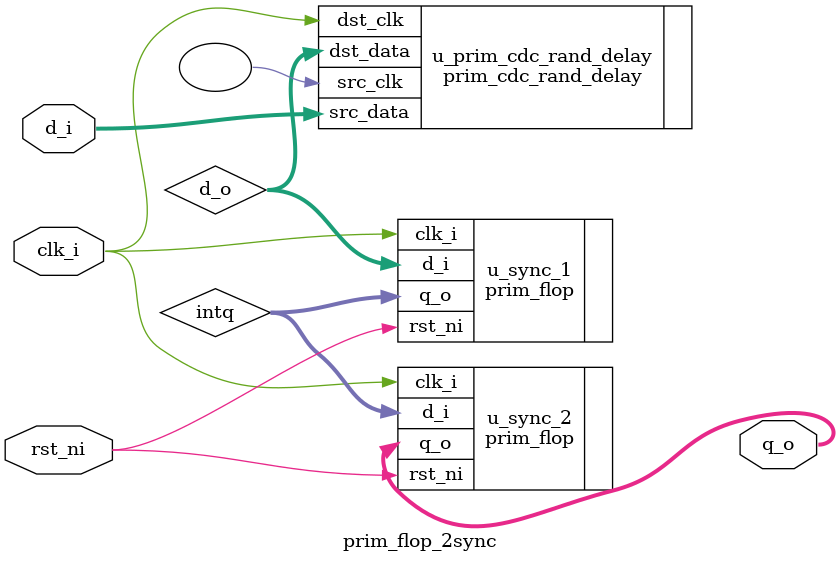
<source format=sv>

module prim_flop_2sync #(
  parameter int               Width      = 16,
  parameter logic [Width-1:0] ResetValue = '0,
  parameter int               CdcLatencyPs = 1000,
  parameter int               CdcJitterPs = 1000,
  parameter bit               EnablePrimCdcRandDelay = 1
) (
  input                    clk_i,
  input                    rst_ni,
  input        [Width-1:0] d_i,
  output logic [Width-1:0] q_o
);

  logic [Width-1:0] d_o;

  prim_cdc_rand_delay #(
    .EnablePrimCdcRandDelay(EnablePrimCdcRandDelay),
    .DataWidth(Width),
    .UseSourceClock(0),
    .LatencyPs(CdcLatencyPs),
    .JitterPs(CdcJitterPs)
  ) u_prim_cdc_rand_delay (
    .src_clk(),
    .src_data(d_i),
    .dst_clk(clk_i),
    .dst_data(d_o)
  );

  logic [Width-1:0] intq;

  prim_flop #(
    .Width(Width),
    .ResetValue(ResetValue)
  ) u_sync_1 (
    .clk_i,
    .rst_ni,
    .d_i(d_o),
    .q_o(intq)
  );

  prim_flop #(
    .Width(Width),
    .ResetValue(ResetValue)
  ) u_sync_2 (
    .clk_i,
    .rst_ni,
    .d_i(intq),
    .q_o
  );

endmodule : prim_flop_2sync

</source>
